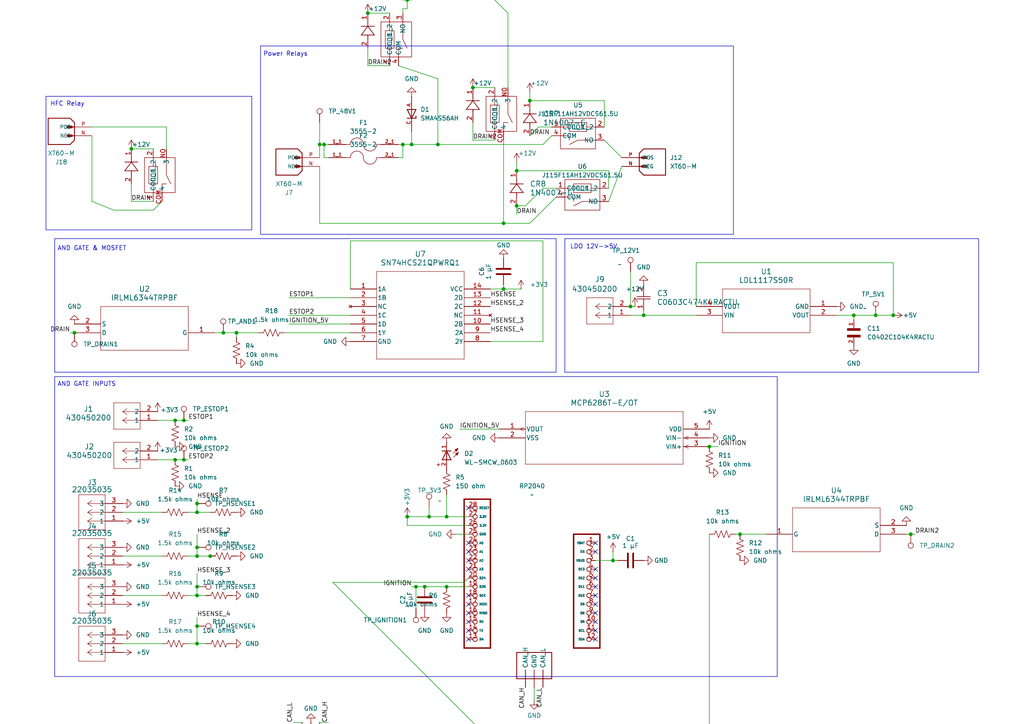
<source format=kicad_sch>
(kicad_sch (version 20231120) (generator "eeschema") (generator_version "8.0")
  (paper "A4")
  (title_block (title "Safety board"))
  (junction (at 247.65 91.44))
  (junction (at 57.15 181.61))
  (junction (at 118.11 0))
  (junction (at 50.8 121.92))
  (junction (at 182.88 88.9))
  (junction (at 57.15 148.59))
  (junction (at 119.38 41.91))
  (junction (at 123.19 170.18))
  (junction (at 146.05 83.82))
  (junction (at 57.15 172.72))
  (junction (at 129.54 149.86))
  (junction (at 60.96 161.29))
  (junction (at 53.34 133.35))
  (junction (at 68.58 96.52))
  (junction (at 57.15 170.18))
  (junction (at 50.8 133.35))
  (junction (at 259.08 91.44))
  (junction (at 106.68 3.81))
  (junction (at 57.15 146.05))
  (junction (at 153.67 29.21))
  (junction (at 120.65 170.18))
  (junction (at 149.86 59.69))
  (junction (at 57.15 158.75))
  (junction (at 146.05 64.77))
  (junction (at 127 41.91))
  (junction (at 205.74 129.54))
  (junction (at 92.71 41.91))
  (junction (at 214.63 154.94))
  (junction (at 177.8 162.56))
  (junction (at 116.84 41.91))
  (junction (at 129.54 170.18))
  (junction (at 118.11 -20.32))
  (junction (at 264.16 154.94))
  (junction (at 186.69 91.44))
  (junction (at 38.1 43.18))
  (junction (at 57.15 186.69))
  (junction (at 64.77 96.52))
  (junction (at 149.86 49.53))
  (junction (at 118.11 149.86))
  (junction (at 57.15 161.29))
  (junction (at 124.46 149.86))
  (junction (at 137.16 25.4))
  (junction (at 254 91.44))
  (junction (at 21.59 96.52))
  (junction (at 53.34 121.92))
  (junction (at 118.11 -22.86))
  (junction (at 93.98 41.91))
  (no_connect (at 135.89 180.34))
  (no_connect (at 172.72 165.1))
  (no_connect (at 135.89 185.42))
  (no_connect (at 172.72 180.34))
  (no_connect (at 172.72 177.8))
  (no_connect (at 135.89 147.32))
  (no_connect (at 135.89 172.72))
  (no_connect (at 172.72 182.88))
  (no_connect (at 135.89 177.8))
  (no_connect (at 135.89 175.26))
  (no_connect (at 172.72 172.72))
  (no_connect (at 172.72 157.48))
  (no_connect (at 172.72 175.26))
  (no_connect (at 172.72 167.64))
  (no_connect (at 135.89 165.1))
  (no_connect (at 135.89 160.02))
  (no_connect (at 135.89 157.48))
  (no_connect (at 172.72 185.42))
  (no_connect (at 172.72 170.18))
  (no_connect (at 172.72 160.02))
  (no_connect (at 135.89 162.56))
  (no_connect (at 135.89 182.88))
  (wire (pts (xy 129.54 170.18) (xy 123.19 170.18)))
  (wire (pts (xy 146.05 83.82) (xy 142.24 83.82)))
  (wire (pts (xy 182.88 78.74) (xy 182.88 88.9)))
  (wire (pts (xy 50.8 121.92) (xy 45.72 121.92)))
  (wire (pts (xy 33.02 60.96) (xy 44.45 60.96)))
  (wire (pts (xy 35.56 161.29) (xy 46.99 161.29)))
  (wire (pts (xy 123.19 -22.86) (xy 127 -26.67)))
  (wire (pts (xy 118.11 -20.32) (xy 119.38 -20.32)))
  (wire (pts (xy 92.71 48.26) (xy 92.71 64.77)))
  (wire (pts (xy 140.97 -2.54) (xy 147.32 3.81)))
  (wire (pts (xy 118.11 -22.86) (xy 118.11 -20.32)))
  (wire (pts (xy 38.1 58.42) (xy 44.45 58.42)))
  (wire (pts (xy 175.26 29.21) (xy 175.26 36.83)))
  (wire (pts (xy 177.8 160.02) (xy 177.8 162.56)))
  (wire (pts (xy 120.65 176.53) (xy 120.65 170.18)))
  (wire (pts (xy 265.43 154.94) (xy 264.16 154.94)))
  (wire (pts (xy 57.15 158.75) (xy 57.15 161.29)))
  (wire (pts (xy 83.82 229.87) (xy 87.63 229.87)))
  (wire (pts (xy 50.8 121.92) (xy 53.34 121.92)))
  (wire (pts (xy 172.72 162.56) (xy 177.8 162.56)))
  (wire (pts (xy 147.32 3.81) (xy 147.32 25.4)))
  (wire (pts (xy 137.16 25.4) (xy 143.51 25.4)))
  (wire (pts (xy 57.15 148.59) (xy 60.96 148.59)))
  (wire (pts (xy 57.15 144.78) (xy 57.15 146.05)))
  (wire (pts (xy 106.68 19.05) (xy 113.03 19.05)))
  (wire (pts (xy 133.35 124.46) (xy 144.78 124.46)))
  (wire (pts (xy 118.11 149.86) (xy 118.11 152.4)))
  (wire (pts (xy 116.84 2.54) (xy 116.84 3.81)))
  (wire (pts (xy 82.55 96.52) (xy 101.6 96.52)))
  (wire (pts (xy 156.21 36.83) (xy 153.67 39.37)))
  (wire (pts (xy 135.89 149.86) (xy 129.54 149.86)))
  (wire (pts (xy 116.84 41.91) (xy 119.38 41.91)))
  (wire (pts (xy 26.67 36.83) (xy 48.26 36.83)))
  (wire (pts (xy 153.67 26.67) (xy 153.67 29.21)))
  (wire (pts (xy 116.84 41.91) (xy 116.84 45.72)))
  (wire (pts (xy 93.98 41.91) (xy 93.98 45.72)))
  (wire (pts (xy 57.15 186.69) (xy 59.69 186.69)))
  (wire (pts (xy 153.67 64.77) (xy 161.29 57.15)))
  (wire (pts (xy 186.69 91.44) (xy 201.93 91.44)))
  (wire (pts (xy 124.46 147.32) (xy 124.46 149.86)))
  (wire (pts (xy 92.71 41.91) (xy 93.98 41.91)))
  (wire (pts (xy 129.54 170.18) (xy 135.89 170.18)))
  (wire (pts (xy 85.09 209.55) (xy 87.63 209.55)))
  (wire (pts (xy 54.61 186.69) (xy 57.15 186.69)))
  (wire (pts (xy 116.84 -20.32) (xy 118.11 -20.32)))
  (wire (pts (xy 95.25 209.55) (xy 92.71 209.55)))
  (wire (pts (xy 149.86 59.69) (xy 152.4 59.69)))
  (wire (pts (xy 83.82 86.36) (xy 101.6 86.36)))
  (wire (pts (xy 182.88 91.44) (xy 186.69 91.44)))
  (wire (pts (xy 134.62 168.91) (xy 135.89 167.64)))
  (wire (pts (xy 149.86 59.69) (xy 149.86 62.23)))
  (wire (pts (xy 119.38 38.1) (xy 119.38 41.91)))
  (wire (pts (xy 180.34 48.26) (xy 176.53 58.42)))
  (wire (pts (xy 118.11 -22.86) (xy 123.19 -22.86)))
  (wire (pts (xy 222.25 154.94) (xy 214.63 154.94)))
  (wire (pts (xy 38.1 53.34) (xy 38.1 58.42)))
  (wire (pts (xy 132.08 154.94) (xy 135.89 154.94)))
  (wire (pts (xy 68.58 96.52) (xy 74.93 96.52)))
  (wire (pts (xy 119.38 41.91) (xy 127 41.91)))
  (wire (pts (xy 115.57 45.72) (xy 116.84 45.72)))
  (wire (pts (xy 48.26 36.83) (xy 48.26 43.18)))
  (wire (pts (xy 180.34 45.72) (xy 175.26 40.64)))
  (wire (pts (xy 242.57 91.44) (xy 247.65 91.44)))
  (wire (pts (xy 157.48 69.85) (xy 157.48 99.06)))
  (wire (pts (xy 205.74 212.09) (xy 139.7 212.09)))
  (wire (pts (xy 127 22.86) (xy 127 41.91)))
  (wire (pts (xy 64.77 96.52) (xy 68.58 96.52)))
  (wire (pts (xy 57.15 170.18) (xy 57.15 172.72)))
  (wire (pts (xy 118.11 152.4) (xy 135.89 152.4)))
  (wire (pts (xy 62.23 161.29) (xy 60.96 161.29)))
  (wire (pts (xy 160.02 36.83) (xy 156.21 36.83)))
  (wire (pts (xy 53.34 121.92) (xy 54.61 121.92)))
  (wire (pts (xy 129.54 149.86) (xy 124.46 149.86)))
  (wire (pts (xy 95.25 229.87) (xy 92.71 229.87)))
  (wire (pts (xy 54.61 172.72) (xy 57.15 172.72)))
  (wire (pts (xy 92.71 41.91) (xy 92.71 45.72)))
  (wire (pts (xy 62.23 96.52) (xy 64.77 96.52)))
  (wire (pts (xy 115.57 19.05) (xy 127 22.86)))
  (wire (pts (xy 96.52 168.91) (xy 134.62 168.91)))
  (wire (pts (xy 57.15 166.37) (xy 57.15 170.18)))
  (wire (pts (xy 205.74 154.94) (xy 205.74 212.09)))
  (wire (pts (xy 57.15 179.07) (xy 57.15 181.61)))
  (wire (pts (xy 54.61 148.59) (xy 57.15 148.59)))
  (wire (pts (xy 149.86 49.53) (xy 176.53 49.53)))
  (wire (pts (xy 127 41.91) (xy 157.48 41.91)))
  (wire (pts (xy 146.05 40.64) (xy 146.05 64.77)))
  (wire (pts (xy 44.45 60.96) (xy 46.99 58.42)))
  (wire (pts (xy 259.08 76.2) (xy 259.08 91.44)))
  (wire (pts (xy 68.58 96.52) (xy 68.58 97.79)))
  (wire (pts (xy 146.05 82.55) (xy 146.05 83.82)))
  (wire (pts (xy 213.36 154.94) (xy 214.63 154.94)))
  (wire (pts (xy 142.24 99.06) (xy 157.48 99.06)))
  (wire (pts (xy 182.88 88.9) (xy 184.15 88.9)))
  (wire (pts (xy 57.15 172.72) (xy 59.69 172.72)))
  (wire (pts (xy 54.61 161.29) (xy 57.15 161.29)))
  (wire (pts (xy 201.93 76.2) (xy 259.08 76.2)))
  (wire (pts (xy 137.16 40.64) (xy 143.51 40.64)))
  (wire (pts (xy 35.56 148.59) (xy 46.99 148.59)))
  (wire (pts (xy 120.65 170.18) (xy 119.38 170.18)))
  (wire (pts (xy 93.98 45.72) (xy 95.25 45.72)))
  (wire (pts (xy 179.07 162.56) (xy 177.8 162.56)))
  (wire (pts (xy 83.82 91.44) (xy 101.6 91.44)))
  (wire (pts (xy 93.98 41.91) (xy 95.25 41.91)))
  (wire (pts (xy 57.15 161.29) (xy 60.96 161.29)))
  (wire (pts (xy 157.48 41.91) (xy 160.02 39.37)))
  (wire (pts (xy 118.11 0) (xy 118.11 2.54)))
  (wire (pts (xy 92.71 35.56) (xy 92.71 41.91)))
  (wire (pts (xy 129.54 -2.54) (xy 140.97 -2.54)))
  (wire (pts (xy 129.54 -26.67) (xy 129.54 -2.54)))
  (wire (pts (xy 57.15 154.94) (xy 57.15 158.75)))
  (wire (pts (xy 50.8 133.35) (xy 45.72 133.35)))
  (wire (pts (xy 106.68 13.97) (xy 106.68 19.05)))
  (wire (pts (xy 149.86 46.99) (xy 149.86 49.53)))
  (wire (pts (xy 259.08 91.44) (xy 254 91.44)))
  (wire (pts (xy 54.61 133.35) (xy 53.34 133.35)))
  (wire (pts (xy 101.6 69.85) (xy 157.48 69.85)))
  (wire (pts (xy 247.65 91.44) (xy 254 91.44)))
  (wire (pts (xy 153.67 29.21) (xy 175.26 29.21)))
  (wire (pts (xy 57.15 146.05) (xy 57.15 148.59)))
  (wire (pts (xy 247.65 91.44) (xy 247.65 92.71)))
  (wire (pts (xy 146.05 64.77) (xy 153.67 64.77)))
  (wire (pts (xy 157.48 54.61) (xy 161.29 54.61)))
  (wire (pts (xy 154.94 203.2) (xy 154.94 199.39)))
  (wire (pts (xy 151.13 83.82) (xy 146.05 83.82)))
  (wire (pts (xy 118.11 149.86) (xy 124.46 149.86)))
  (wire (pts (xy 264.16 154.94) (xy 262.89 154.94)))
  (wire (pts (xy 38.1 43.18) (xy 44.45 43.18)))
  (wire (pts (xy 186.69 90.17) (xy 186.69 91.44)))
  (wire (pts (xy 118.11 0) (xy 119.38 0)))
  (wire (pts (xy 116.84 0) (xy 118.11 0)))
  (wire (pts (xy 26.67 39.37) (xy 26.67 58.42)))
  (wire (pts (xy 53.34 133.35) (xy 50.8 133.35)))
  (wire (pts (xy 129.54 143.51) (xy 129.54 149.86)))
  (wire (pts (xy 83.82 93.98) (xy 101.6 93.98)))
  (wire (pts (xy 35.56 186.69) (xy 46.99 186.69)))
  (wire (pts (xy 139.7 212.09) (xy 96.52 168.91)))
  (wire (pts (xy 116.84 -22.86) (xy 118.11 -22.86)))
  (wire (pts (xy 115.57 41.91) (xy 116.84 41.91)))
  (wire (pts (xy 201.93 76.2) (xy 201.93 88.9)))
  (wire (pts (xy 116.84 2.54) (xy 118.11 2.54)))
  (wire (pts (xy 92.71 64.77) (xy 146.05 64.77)))
  (wire (pts (xy 176.53 49.53) (xy 176.53 54.61)))
  (wire (pts (xy 57.15 181.61) (xy 57.15 186.69)))
  (wire (pts (xy 20.32 96.52) (xy 21.59 96.52)))
  (wire (pts (xy 101.6 69.85) (xy 101.6 83.82)))
  (wire (pts (xy 137.16 35.56) (xy 137.16 40.64)))
  (wire (pts (xy 123.19 170.18) (xy 120.65 170.18)))
  (wire (pts (xy 208.28 129.54) (xy 205.74 129.54)))
  (wire (pts (xy 106.68 3.81) (xy 113.03 3.81)))
  (wire (pts (xy 35.56 172.72) (xy 46.99 172.72)))
  (wire (pts (xy 152.4 59.69) (xy 157.48 54.61)))
  (wire (pts (xy 26.67 58.42) (xy 33.02 60.96)))
  (rectangle (start 75.565 13.335) (end 212.725 67.945))
  (rectangle (start 163.83 69.215) (end 283.845 107.95))
  (rectangle (start 15.875 69.215) (end 161.29 107.95))
  (rectangle (start 15.875 109.22) (end 225.425 196.215))
  (rectangle (start 13.335 27.94) (end 73.025 66.675))
  (text "AND GATE INPUTS\n" (at 25.146 111.506 0) (effects (font (size 1.27 1.27))))
  (text "LDO 12V->5V\n" (at 172.212 71.628 0) (effects (font (size 1.27 1.27))))
  (text "Power Relays\n" (at 82.804 15.748 0) (effects (font (size 1.27 1.27))))
  (text "AND GATE & MOSFET\n" (at 26.67 72.136 0) (effects (font (size 1.27 1.27))))
  (text "HFC Relay\n" (at 19.558 30.226 0) (effects (font (size 1.27 1.27))))
  (label "CAN_H" (at 152.4 199.39 270))
  (label "CAN_H" (at 95.25 209.55 90))
  (label "CAN_H" (at 95.25 229.87 90))
  (label "IGNITION_5V" (at 83.82 93.98 0))
  (label "CAN_L" (at 157.48 199.39 270))
  (label "ESTOP2" (at 54.61 133.35 0))
  (label "DRAIN2" (at 265.43 154.94 0))
  (label "CAN_L" (at 85.09 209.55 90))
  (label "DRAIN2" (at 137.16 40.64 0))
  (label "ESTOP2" (at 83.82 91.44 0))
  (label "DRAIN" (at 20.32 96.52 180))
  (label "HSENSE" (at 57.15 144.78 0))
  (label "HSENSE" (at 142.24 86.36 0))
  (label "IGNITION" (at 119.38 170.18 180))
  (label "IGNITION_5V" (at 133.35 124.46 0))
  (label "DRAIN" (at 38.1 58.42 0))
  (label "ESTOP1" (at 54.61 121.92 0))
  (label "HSENSE_3" (at 142.24 93.98 0))
  (label "CAN_L" (at 87.63 229.87 90))
  (label "HSENSE_4" (at 57.15 179.07 0))
  (label "HSENSE_4" (at 142.24 96.52 0))
  (label "HSENSE_3" (at 57.15 166.37 0))
  (label "DRAIN" (at 149.86 62.23 0))
  (label "DRAIN2" (at 106.68 19.05 0))
  (label "IGNITION" (at 208.28 129.54 0))
  (label "HSENSE_2" (at 57.15 154.94 0))
  (label "HSENSE_2" (at 142.24 88.9 0))
  (label "DRAIN" (at 153.67 39.37 0))
  (label "ESTOP1" (at 83.82 86.36 0))
  (symbol (lib_id "SMV_Custom:3-pin Mini Molex Spox") (at 35.56 175.26 180) (unit 1)
    (property "Reference" "J5" (at 26.67 164.084 0) (effects (font (size 1.524 1.524))))
    (property "Value" "22035035" (at 26.67 166.116 0) (effects (font (size 1.524 1.524))))
    (property "Footprint" "SMV_Connectors:3pin_CON_22035035_MOL" (effects (hide yes)))
    (property "Datasheet" "3-pin Mini Molex Spox" (effects (hide yes)))
  )
  (symbol (lib_id "power:+5V") (at 45.72 119.38 0) (unit 1)
    (property "Reference" "#PWR027" (effects (hide yes)))
    (property "Value" "+3V3" (at 46.482 118.872 0) (effects (justify left)))
    (property "Description" "Power symbol creates a global label with name \"+5V\"" (effects (hide yes)))
  )
  (symbol (lib_id "power:+12V") (at 184.15 88.9 0) (unit 1)
    (property "Reference" "#PWR09" (effects (hide yes)))
    (property "Value" "+12V" (at 184.15 83.82 0))
    (property "Description" "Power symbol creates a global label with name \"+12V\"" (effects (hide yes)))
  )
  (symbol (lib_id "Connector:TestPoint") (at 264.16 154.94 180) (unit 1)
    (property "Reference" "TP_DRAIN2" (at 266.7 158.2419 0) (effects (justify right)))
    (property "Value" "TestPoint" (effects (hide yes)))
    (property "Footprint" "TestPoint:TestPoint_Pad_D1.0mm" (effects (hide yes)))
    (property "Description" "test point" (effects (hide yes)))
  )
  (symbol (lib_name "J115F11AH12VDCS61.5U_3") (lib_id "SMV_Custom:J115F11AH12VDCS61.5U") (at 146.05 33.02 270) (mirror x) (unit 1)
    (property "Reference" "U19" (effects (hide yes)))
    (property "Value" "J115F11AH12VDCS61.5U" (effects (hide yes)))
    (property "Footprint" "SMV_ICs:J115F11AH12VDCS615U" (effects (hide yes)))
  )
  (symbol (lib_id "power:GND") (at 123.19 177.8 0) (mirror y) (unit 1)
    (property "Reference" "#PWR035" (effects (hide yes)))
    (property "Value" "GND" (at 123.19 182.88 0))
    (property "Description" "Power symbol creates a global label with name \"GND\" , ground" (effects (hide yes)))
  )
  (symbol (lib_id "power:+5V") (at 106.68 3.81 0) (unit 1)
    (property "Reference" "#PWR020" (effects (hide yes)))
    (property "Value" "+12V" (at 109.474 2.54 0))
    (property "Description" "Power symbol creates a global label with name \"+5V\"" (effects (hide yes)))
  )
  (symbol (lib_id "power:+5V") (at 35.56 175.26 270) (unit 1)
    (property "Reference" "#PWR043" (effects (hide yes)))
    (property "Value" "+5V" (at 39.37 175.2599 90) (effects (justify left)))
    (property "Description" "Power symbol creates a global label with name \"+5V\"" (effects (hide yes)))
  )
  (symbol (lib_id "power:+5V") (at 35.56 189.23 270) (unit 1)
    (property "Reference" "#PWR048" (effects (hide yes)))
    (property "Value" "+5V" (at 39.37 189.2299 90) (effects (justify left)))
    (property "Description" "Power symbol creates a global label with name \"+5V\"" (effects (hide yes)))
  )
  (symbol (lib_id "SMV_Custom:XT60-M") (at 129.54 -31.75 90) (unit 1)
    (property "Reference" "J13" (at 137.16 -35.56 0))
    (property "Value" "XT60-M" (at 134.62 -35.56 0))
    (property "Footprint" "SMV_Connectors:AMASS_XT60-M" (effects (hide yes)))
    (property "MF" "AMASS" (effects (hide yes)))
    (property "MAXIMUM_PACKAGE_HEIGHT" "16.00 mm" (effects (hide yes)))
    (property "Package" "Package" (effects (hide yes)))
    (property "Price" "None" (effects (hide yes)))
    (property "Check_prices" "https://www.snapeda.com/parts/XT60-M/AMASS/view-part/?ref=eda" (effects (hide yes)))
    (property "STANDARD" "IPC 7351B" (effects (hide yes)))
    (property "PARTREV" "V1.2" (effects (hide yes)))
    (property "SnapEDA_Link" "https://www.snapeda.com/parts/XT60-M/AMASS/view-part/?ref=snap" (effects (hide yes)))
    (property "MP" "XT60-M" (effects (hide yes)))
    (property "Description_1" "\n                        \n                            Plug; DC supply; XT60; male; PIN: 2; for cable; soldered; 30A; 500V\n                        \n" (effects (hide yes)))
    (property "Availability" "Not in stock" (effects (hide yes)))
    (property "MANUFACTURER" "AMASS" (effects (hide yes)))
  )
  (symbol (lib_id "Connector:TestPoint") (at 254 91.44 0) (mirror y) (unit 1)
    (property "Reference" "TP_5V1" (at 256.794 85.344 0) (effects (justify left)))
    (property "Value" "~" (at 251.46 89.408 0) (effects (justify left)))
    (property "Footprint" "TestPoint:TestPoint_Pad_D1.0mm" (effects (hide yes)))
    (property "Description" "test point" (effects (hide yes)))
  )
  (symbol (lib_id "SMV_Custom:430450200") (at 182.88 91.44 180) (unit 1)
    (property "Reference" "J9" (at 173.99 81.026 0) (effects (font (size 1.524 1.524))))
    (property "Value" "430450200" (at 172.466 83.82 0) (effects (font (size 1.524 1.524))))
    (property "Footprint" "CONN_SD-43045-001_02_MOL" (effects (hide yes)))
    (property "Datasheet" "430450200" (effects (hide yes)))
  )
  (symbol (lib_id "power:GND") (at 68.58 161.29 90) (unit 1)
    (property "Reference" "#PWR03" (effects (hide yes)))
    (property "Value" "GND" (at 72.39 161.2899 90) (effects (justify right)))
    (property "Description" "Power symbol creates a global label with name \"GND\" , ground" (effects (hide yes)))
  )
  (symbol (lib_id "SMV_Custom:XT60-M") (at 185.42 48.26 0) (unit 1)
    (property "Reference" "J12" (at 194.31 45.7199 0) (effects (justify left)))
    (property "Value" "XT60-M" (at 194.31 48.2599 0) (effects (justify left)))
    (property "Footprint" "SMV_Connectors:AMASS_XT60-M" (effects (hide yes)))
    (property "MF" "AMASS" (effects (hide yes)))
    (property "MAXIMUM_PACKAGE_HEIGHT" "16.00 mm" (effects (hide yes)))
    (property "Package" "Package" (effects (hide yes)))
    (property "Price" "None" (effects (hide yes)))
    (property "Check_prices" "https://www.snapeda.com/parts/XT60-M/AMASS/view-part/?ref=eda" (effects (hide yes)))
    (property "STANDARD" "IPC 7351B" (effects (hide yes)))
    (property "PARTREV" "V1.2" (effects (hide yes)))
    (property "SnapEDA_Link" "https://www.snapeda.com/parts/XT60-M/AMASS/view-part/?ref=snap" (effects (hide yes)))
    (property "MP" "XT60-M" (effects (hide yes)))
    (property "Description_1" "\n                        \n                            Plug; DC supply; XT60; male; PIN: 2; for cable; soldered; 30A; 500V\n                        \n" (effects (hide yes)))
    (property "Availability" "Not in stock" (effects (hide yes)))
    (property "MANUFACTURER" "AMASS" (effects (hide yes)))
  )
  (symbol (lib_id "power:+5V") (at 35.56 151.13 270) (unit 1)
    (property "Reference" "#PWR032" (effects (hide yes)))
    (property "Value" "+5V" (at 39.37 151.1299 90) (effects (justify left)))
    (property "Description" "Power symbol creates a global label with name \"+5V\"" (effects (hide yes)))
  )
  (symbol (lib_id "Connector:TestPoint") (at 64.77 96.52 0) (unit 1)
    (property "Reference" "TP_AND1" (at 66.04 93.218 0) (effects (justify left)))
    (property "Value" "TestPoint" (effects (hide yes)))
    (property "Footprint" "TestPoint:TestPoint_Pad_D1.0mm" (effects (hide yes)))
    (property "Description" "test point" (effects (hide yes)))
  )
  (symbol (lib_id "power:GND") (at 68.58 105.41 90) (unit 1)
    (property "Reference" "#PWR038" (effects (hide yes)))
    (property "Value" "GND" (at 72.39 105.4099 90) (effects (justify right)))
    (property "Description" "Power symbol creates a global label with name \"GND\" , ground" (effects (hide yes)))
  )
  (symbol (lib_id "Device:R_US") (at 63.5 186.69 90) (unit 1)
    (property "Reference" "R10" (at 63.5 180.34 90))
    (property "Value" "10k ohms" (at 63.5 182.88 90))
    (property "Footprint" "SMV_Passives:RES_CRCW_0402" (effects (hide yes)))
    (property "Datasheet" "CRCW040210K0FKED" (effects (hide yes)))
    (property "Description" "Resistor, US symbol" (effects (hide yes)))
  )
  (symbol (lib_id "power:GND") (at 90.17 229.87 180) (unit 1)
    (property "Reference" "#PWR025" (effects (hide yes)))
    (property "Value" "GND" (at 90.17 225.806 0))
    (property "Description" "Power symbol creates a global label with name \"GND\" , ground" (effects (hide yes)))
  )
  (symbol (lib_id "SMV_Custom:3555-2") (at 119.38 -10.16 90) (unit 1)
    (property "Reference" "F4" (at 123.19 -11.4301 90) (effects (justify right)))
    (property "Value" "3555-2" (at 123.19 -8.8901 90) (effects (justify right)))
    (property "Footprint" "SMV_Connectors:FUSE_3555-2" (effects (hide yes)))
    (property "Description" "48V Fuse, 50A limit" (effects (hide yes)))
    (property "PARTREV" "A" (effects (hide yes)))
    (property "MANUFACTURER" "Keystone" (effects (hide yes)))
    (property "SNAPEDA_PN" "3555-2" (effects (hide yes)))
    (property "MAXIMUM_PACKAGE_HEIGHT" "11.6mm" (effects (hide yes)))
    (property "STANDARD" "Manufacturer Recommendations" (effects (hide yes)))
  )
  (symbol (lib_id "power:GND") (at 205.74 127 90) (mirror x) (unit 1)
    (property "Reference" "#PWR019" (effects (hide yes)))
    (property "Value" "GND" (at 209.55 126.9999 90) (effects (justify right)))
    (property "Description" "Power symbol creates a global label with name \"GND\" , ground" (effects (hide yes)))
  )
  (symbol (lib_id "power:+5V") (at 45.72 130.81 0) (unit 1)
    (property "Reference" "#PWR028" (effects (hide yes)))
    (property "Value" "+3V3" (at 46.228 130.556 0) (effects (justify left)))
    (property "Description" "Power symbol creates a global label with name \"+5V\"" (effects (hide yes)))
  )
  (symbol (lib_id "Connector:TestPoint") (at 57.15 146.05 270) (unit 1)
    (property "Reference" "TP_HSENSE1" (at 62.23 146.0499 90) (effects (justify left)))
    (property "Value" "TestPoint" (effects (hide yes)))
    (property "Footprint" "TestPoint:TestPoint_Pad_D1.0mm" (effects (hide yes)))
    (property "Description" "test point" (effects (hide yes)))
  )
  (symbol (lib_id "SMV_Custom:RP2040") (at 154.94 179.07 0) (unit 1)
    (property "Reference" "RP2040" (at 154.305 140.97 0))
    (property "Value" "~" (at 154.305 143.51 0))
    (property "Footprint" "SMV_Connectors:RP2040" (effects (hide yes)))
  )
  (symbol (lib_id "power:+5V") (at 151.13 83.82 0) (unit 1)
    (property "Reference" "#PWR046" (effects (hide yes)))
    (property "Value" "+3V3" (at 153.67 82.5499 0) (effects (justify left)))
    (property "Description" "Power symbol creates a global label with name \"+5V\"" (effects (hide yes)))
  )
  (symbol (lib_id "Connector:TestPoint") (at 57.15 170.18 270) (unit 1)
    (property "Reference" "TP_HSENSE3" (at 62.23 170.1799 90) (effects (justify left)))
    (property "Value" "TestPoint" (effects (hide yes)))
    (property "Footprint" "TestPoint:TestPoint_Pad_D1.0mm" (effects (hide yes)))
    (property "Description" "test point" (effects (hide yes)))
  )
  (symbol (lib_id "power:+5V") (at 153.67 26.67 0) (unit 1)
    (property "Reference" "#PWR012" (effects (hide yes)))
    (property "Value" "+12V" (at 156.464 24.13 0))
    (property "Description" "Power symbol creates a global label with name \"+5V\"" (effects (hide yes)))
  )
  (symbol (lib_id "SMV_Custom:1N4007-G") (at 38.1 53.34 90) (unit 1)
    (property "Reference" "CR1" (effects (hide yes)))
    (property "Value" "1N4007-G" (effects (hide yes)))
    (property "Footprint" "SMV_Passives:1N4-G" (effects (hide yes)))
    (property "Datasheet" "1N4007-G" (effects (hide yes)))
  )
  (symbol (lib_id "power:+5V") (at 205.74 124.46 0) (unit 1)
    (property "Reference" "#PWR023" (effects (hide yes)))
    (property "Value" "+5V" (at 205.74 119.38 0))
    (property "Description" "Power symbol creates a global label with name \"+5V\"" (effects (hide yes)))
  )
  (symbol (lib_id "Device:R_US") (at 63.5 172.72 90) (unit 1)
    (property "Reference" "R9" (at 63.5 166.37 90))
    (property "Value" "10k ohms" (at 63.5 168.91 90))
    (property "Footprint" "SMV_Passives:RES_CRCW_0402" (effects (hide yes)))
    (property "Datasheet" "CRCW040210K0FKED" (effects (hide yes)))
    (property "Description" "Resistor, US symbol" (effects (hide yes)))
  )
  (symbol (lib_id "power:GND") (at 242.57 88.9 90) (unit 1)
    (property "Reference" "#PWR049" (effects (hide yes)))
    (property "Value" "GND" (at 246.38 88.8999 90) (effects (justify right)))
    (property "Description" "Power symbol creates a global label with name \"GND\" , ground" (effects (hide yes)))
  )
  (symbol (lib_id "power:GND") (at 106.68 -22.86 270) (unit 1)
    (property "Reference" "#PWR021" (effects (hide yes)))
    (property "Value" "GND" (at 101.6 -22.86 0))
    (property "Description" "Power symbol creates a global label with name \"GND\" , ground" (effects (hide yes)))
  )
  (symbol (lib_id "power:GND") (at 90.17 209.55 180) (unit 1)
    (property "Reference" "#PWR01" (effects (hide yes)))
    (property "Value" "GND" (at 90.17 205.486 0))
    (property "Description" "Power symbol creates a global label with name \"GND\" , ground" (effects (hide yes)))
  )
  (symbol (lib_id "Device:R_US") (at 214.63 158.75 180) (unit 1)
    (property "Reference" "R12" (at 217.17 157.4799 0) (effects (justify right)))
    (property "Value" "10k ohms" (at 217.17 160.0199 0) (effects (justify right)))
    (property "Footprint" "SMV_Passives:RES_CRCW_0402" (effects (hide yes)))
    (property "Datasheet" "CRCW040210K0FKED" (effects (hide yes)))
    (property "Description" "Resistor, US symbol" (effects (hide yes)))
  )
  (symbol (lib_id "SMV_Custom:5KP48A") (at 106.68 -22.86 0) (mirror x) (unit 1)
    (property "Reference" "CR3" (at 108.712 -19.304 90) (effects (font (size 1.524 1.524)) (justify left)))
    (property "Value" "5KP48A" (at 111.252 -19.304 90) (effects (font (size 1.524 1.524)) (justify left)))
    (property "Footprint" "DIODE_P600_VIS" (effects (hide yes)))
    (property "Datasheet" "5KP48A" (effects (hide yes)))
  )
  (symbol (lib_id "Device:R_US") (at 50.8 137.16 0) (unit 1)
    (property "Reference" "R1" (at 53.34 135.8899 0) (effects (justify left)))
    (property "Value" "10k ohms" (at 53.34 138.4299 0) (effects (justify left)))
    (property "Footprint" "SMV_Passives:RES_CRCW_0402" (effects (hide yes)))
    (property "Datasheet" "CRCW040210K0FKED" (effects (hide yes)))
    (property "Description" "Resistor, US symbol" (effects (hide yes)))
  )
  (symbol (lib_id "power:GND") (at 50.8 140.97 90) (unit 1)
    (property "Reference" "#PWR031" (effects (hide yes)))
    (property "Value" "GND" (at 54.61 140.9699 90) (effects (justify right)))
    (property "Description" "Power symbol creates a global label with name \"GND\" , ground" (effects (hide yes)))
  )
  (symbol (lib_id "power:GND") (at 146.05 74.93 180) (unit 1)
    (property "Reference" "#PWR045" (effects (hide yes)))
    (property "Value" "GND" (at 146.05 71.12 0))
    (property "Description" "Power symbol creates a global label with name \"GND\" , ground" (effects (hide yes)))
  )
  (symbol (lib_id "SMV_Custom:430450200") (at 45.72 121.92 180) (unit 1)
    (property "Reference" "J1" (at 25.654 118.618 0) (effects (font (size 1.524 1.524))))
    (property "Value" "430450200" (at 25.654 121.158 0) (effects (font (size 1.524 1.524))))
    (property "Footprint" "CONN_SD-43045-001_02_MOL" (effects (hide yes)))
    (property "Datasheet" "430450200" (effects (hide yes)))
  )
  (symbol (lib_id "SMV_Custom:XT60-M") (at 87.63 48.26 0) (mirror y) (unit 1)
    (property "Reference" "J7" (at 83.82 55.88 0))
    (property "Value" "XT60-M" (at 83.82 53.34 0))
    (property "Footprint" "SMV_Connectors:AMASS_XT60-M" (effects (hide yes)))
    (property "MF" "AMASS" (effects (hide yes)))
    (property "MAXIMUM_PACKAGE_HEIGHT" "16.00 mm" (effects (hide yes)))
    (property "Package" "Package" (effects (hide yes)))
    (property "Price" "None" (effects (hide yes)))
    (property "Check_prices" "https://www.snapeda.com/parts/XT60-M/AMASS/view-part/?ref=eda" (effects (hide yes)))
    (property "STANDARD" "IPC 7351B" (effects (hide yes)))
    (property "PARTREV" "V1.2" (effects (hide yes)))
    (property "SnapEDA_Link" "https://www.snapeda.com/parts/XT60-M/AMASS/view-part/?ref=snap" (effects (hide yes)))
    (property "MP" "XT60-M" (effects (hide yes)))
    (property "Description_1" "\n                        \n                            Plug; DC supply; XT60; male; PIN: 2; for cable; soldered; 30A; 500V\n                        \n" (effects (hide yes)))
    (property "Availability" "Not in stock" (effects (hide yes)))
    (property "MANUFACTURER" "AMASS" (effects (hide yes)))
  )
  (symbol (lib_id "Connector:TestPoint") (at 92.71 35.56 0) (unit 1)
    (property "Reference" "TP_48V1" (at 95.25 32.2579 0) (effects (justify left)))
    (property "Value" "V_DIVIDED" (effects (hide yes)))
    (property "Footprint" "TestPoint:TestPoint_Pad_D1.0mm" (effects (hide yes)))
    (property "Description" "test point" (effects (hide yes)))
  )
  (symbol (lib_id "SMV_Custom:3-pin Mini Molex Spox") (at 35.56 163.83 180) (unit 1)
    (property "Reference" "J4" (at 26.67 152.654 0) (effects (font (size 1.524 1.524))))
    (property "Value" "22035035" (at 26.67 154.686 0) (effects (font (size 1.524 1.524))))
    (property "Footprint" "SMV_Connectors:3pin_CON_22035035_MOL" (effects (hide yes)))
    (property "Datasheet" "3-pin Mini Molex Spox" (effects (hide yes)))
  )
  (symbol (lib_id "Connector:TestPoint") (at 53.34 121.92 0) (unit 1)
    (property "Reference" "TP_ESTOP1" (at 55.88 118.6179 0) (effects (justify left)))
    (property "Value" "TestPoint" (effects (hide yes)))
    (property "Footprint" "TestPoint:TestPoint_Pad_D1.0mm" (effects (hide yes)))
    (property "Description" "test point" (effects (hide yes)))
  )
  (symbol (lib_id "SMV_Custom:1N4007-G") (at 153.67 39.37 90) (unit 1)
    (property "Reference" "CR7" (at 157.48 33.0199 90) (effects (font (size 1.524 1.524)) (justify right)))
    (property "Value" "1N4007-G" (at 157.48 35.5599 90) (effects (font (size 1.524 1.524)) (justify right)))
    (property "Footprint" "SMV_Passives:1N4-G" (effects (hide yes)))
    (property "Datasheet" "1N4007-G" (effects (hide yes)))
  )
  (symbol (lib_id "power:GND") (at 68.58 148.59 90) (unit 1)
    (property "Reference" "#PWR052" (effects (hide yes)))
    (property "Value" "GND" (at 72.39 148.5899 90) (effects (justify right)))
    (property "Description" "Power symbol creates a global label with name \"GND\" , ground" (effects (hide yes)))
  )
  (symbol (lib_id "Device:R_US") (at 50.8 186.69 90) (unit 1)
    (property "Reference" "R17" (at 50.8 180.34 90))
    (property "Value" "1.5k ohms" (at 50.8 182.88 90))
    (property "Footprint" "SMV_Passives:RES_CRCW_0402" (effects (hide yes)))
    (property "Datasheet" "CRCW04021K50FKED" (effects (hide yes)))
    (property "Description" "Resistor, US symbol" (effects (hide yes)))
  )
  (symbol (lib_id "SMV_Custom:1N4007-G") (at 149.86 59.69 90) (unit 1)
    (property "Reference" "CR8" (at 153.67 53.3399 90) (effects (font (size 1.524 1.524)) (justify right)))
    (property "Value" "1N4007-G" (at 153.67 55.8799 90) (effects (font (size 1.524 1.524)) (justify right)))
    (property "Footprint" "SMV_Passives:1N4-G" (effects (hide yes)))
    (property "Datasheet" "1N4007-G" (effects (hide yes)))
  )
  (symbol (lib_id "Device:R_US") (at 68.58 101.6 180) (unit 1)
    (property "Reference" "R4" (at 71.12 100.3299 0) (effects (justify right)))
    (property "Value" "10k ohms" (at 71.12 102.8699 0) (effects (justify right)))
    (property "Footprint" "SMV_Passives:RES_CRCW_0402" (effects (hide yes)))
    (property "Datasheet" "CRCW040210K0FKED" (effects (hide yes)))
    (property "Description" "Resistor, US symbol" (effects (hide yes)))
  )
  (symbol (lib_id "power:+5V") (at 259.08 91.44 270) (mirror x) (unit 1)
    (property "Reference" "#PWR051" (effects (hide yes)))
    (property "Value" "+5V" (at 263.906 91.44 90))
    (property "Description" "Power symbol creates a global label with name \"+5V\"" (effects (hide yes)))
  )
  (symbol (lib_id "power:GND") (at 154.94 203.2 0) (unit 1)
    (property "Reference" "#PWR026" (effects (hide yes)))
    (property "Value" "GND" (at 154.94 207.518 0))
    (property "Description" "Power symbol creates a global label with name \"GND\" , ground" (effects (hide yes)))
  )
  (symbol (lib_id "power:GND") (at 35.56 158.75 90) (unit 1)
    (property "Reference" "#PWR037" (effects (hide yes)))
    (property "Value" "GND" (at 39.37 158.7499 90) (effects (justify right)))
    (property "Description" "Power symbol creates a global label with name \"GND\" , ground" (effects (hide yes)))
  )
  (symbol (lib_name "J115F11AH12VDCS61.5U_2") (lib_id "SMV_Custom:J115F11AH12VDCS61.5U") (at 167.64 39.37 0) (mirror x) (unit 1)
    (property "Reference" "U5" (at 167.64 30.48 0))
    (property "Value" "J115F11AH12VDCS61.5U" (at 167.64 33.02 0))
    (property "Footprint" "SMV_ICs:J115F11AH12VDCS615U" (effects (hide yes)))
  )
  (symbol (lib_id "power:GND") (at 205.74 137.16 90) (unit 1)
    (property "Reference" "#PWR036" (effects (hide yes)))
    (property "Value" "GND" (at 209.55 137.1599 90) (effects (justify right)))
    (property "Description" "Power symbol creates a global label with name \"GND\" , ground" (effects (hide yes)))
  )
  (symbol (lib_id "SMV_Custom:IRLML6344TRPBF") (at 222.25 154.94 0) (mirror x) (unit 1)
    (property "Reference" "U4" (at 242.57 142.24 0) (effects (font (size 1.524 1.524))))
    (property "Value" "IRLML6344TRPBF" (at 242.57 144.78 0) (effects (font (size 1.524 1.524))))
    (property "Footprint" "SMV_ICs:IRLML6344TRPBF_INF-L" (effects (hide yes)))
    (property "Datasheet" "IRLML6344TRPBF" (effects (hide yes)))
  )
  (symbol (lib_id "power:GND") (at 186.69 82.55 180) (unit 1)
    (property "Reference" "#PWR022" (effects (hide yes)))
    (property "Value" "GND" (at 186.69 77.47 0))
    (property "Description" "Power symbol creates a global label with name \"GND\" , ground" (effects (hide yes)))
  )
  (symbol (lib_name "3-pin Mini Molex Spox_1") (lib_id "SMV_Custom:3-pin Mini Molex Spox") (at 92.71 209.55 270) (unit 1)
    (property "Reference" "J8" (at 96.52 217.1699 90) (effects (font (size 1.524 1.524)) (justify left)))
    (property "Value" "22035035" (at 96.52 219.7099 90) (effects (font (size 1.524 1.524)) (justify left)))
    (property "Footprint" "SMV_Connectors:3pin_CON_22035035_MOL" (effects (hide yes)))
    (property "Datasheet" "3-pin Mini Molex Spox" (effects (hide yes)))
  )
  (symbol (lib_id "SMV_Custom:XT60-M") (at 21.59 39.37 0) (mirror y) (unit 1)
    (property "Reference" "J18" (at 17.78 46.99 0))
    (property "Value" "XT60-M" (at 17.78 44.45 0))
    (property "Footprint" "SMV_Connectors:AMASS_XT60-M" (effects (hide yes)))
    (property "MF" "AMASS" (effects (hide yes)))
    (property "MAXIMUM_PACKAGE_HEIGHT" "16.00 mm" (effects (hide yes)))
    (property "Package" "Package" (effects (hide yes)))
    (property "Price" "None" (effects (hide yes)))
    (property "Check_prices" "https://www.snapeda.com/parts/XT60-M/AMASS/view-part/?ref=eda" (effects (hide yes)))
    (property "STANDARD" "IPC 7351B" (effects (hide yes)))
    (property "PARTREV" "V1.2" (effects (hide yes)))
    (property "SnapEDA_Link" "https://www.snapeda.com/parts/XT60-M/AMASS/view-part/?ref=snap" (effects (hide yes)))
    (property "MP" "XT60-M" (effects (hide yes)))
    (property "Description_1" "\n                        \n                            Plug; DC supply; XT60; male; PIN: 2; for cable; soldered; 30A; 500V\n                        \n" (effects (hide yes)))
    (property "Availability" "Not in stock" (effects (hide yes)))
    (property "MANUFACTURER" "AMASS" (effects (hide yes)))
  )
  (symbol (lib_id "SMV_Custom:C0603C474K4RACTU") (at 186.69 90.17 90) (unit 1)
    (property "Reference" "C3" (at 190.5 85.0899 90) (effects (font (size 1.524 1.524)) (justify right)))
    (property "Value" "C0603C474K4RACTU" (at 190.5 87.6299 90) (effects (font (size 1.524 1.524)) (justify right)))
    (property "Footprint" "SMV_Passives:CAPC17595_87N_KEM-L" (effects (hide yes)))
    (property "Datasheet" "C0603C474K4RACTU" (effects (hide yes)))
  )
  (symbol (lib_id "power:GND") (at 129.54 177.8 0) (mirror y) (unit 1)
    (property "Reference" "#PWR034" (effects (hide yes)))
    (property "Value" "GND" (at 129.54 182.88 0))
    (property "Description" "Power symbol creates a global label with name \"GND\" , ground" (effects (hide yes)))
  )
  (symbol (lib_id "Device:C") (at 123.19 173.99 0) (mirror y) (unit 1)
    (property "Reference" "C2" (at 116.84 173.99 90))
    (property "Value" "1 µF" (at 118.872 173.99 90))
    (property "Footprint" "SMV_Passives:CAPC340270_190N_KEM-M" (effects (hide yes)))
    (property "Description" "C1210C105K1RACAUTO2" (effects (hide yes)))
  )
  (symbol (lib_name "3-pin Mini Molex Spox_1") (lib_id "SMV_Custom:3-pin Mini Molex Spox") (at 92.71 229.87 270) (unit 1)
    (property "Reference" "J15" (at 96.52 237.4899 90) (effects (font (size 1.524 1.524)) (justify left)))
    (property "Value" "22035035" (at 96.52 240.0299 90) (effects (font (size 1.524 1.524)) (justify left)))
    (property "Footprint" "SMV_Connectors:3pin_CON_22035035_MOL" (effects (hide yes)))
    (property "Datasheet" "3-pin Mini Molex Spox" (effects (hide yes)))
  )
  (symbol (lib_id "Connector:TestPoint") (at 53.34 133.35 0) (unit 1)
    (property "Reference" "TP_ESTOP2" (at 55.88 130.0479 0) (effects (justify left)))
    (property "Value" "TestPoint" (effects (hide yes)))
    (property "Footprint" "TestPoint:TestPoint_Pad_D1.0mm" (effects (hide yes)))
    (property "Description" "test point" (effects (hide yes)))
  )
  (symbol (lib_id "power:GND") (at 132.08 154.94 270) (unit 1)
    (property "Reference" "#PWR018" (effects (hide yes)))
    (property "Value" "GND" (at 128.27 154.9399 90) (effects (justify right)))
    (property "Description" "Power symbol creates a global label with name \"GND\" , ground" (effects (hide yes)))
  )
  (symbol (lib_id "SMV_Custom:3555-2") (at 105.41 41.91 0) (unit 1)
    (property "Reference" "F1" (at 105.41 35.56 0))
    (property "Value" "3555-2" (at 105.41 38.1 0))
    (property "Footprint" "SMV_Connectors:FUSE_3555-2" (effects (hide yes)))
    (property "Description" "48V Fuse, 50A limit" (effects (hide yes)))
    (property "PARTREV" "A" (effects (hide yes)))
    (property "MANUFACTURER" "Keystone" (effects (hide yes)))
    (property "SNAPEDA_PN" "3555-2" (effects (hide yes)))
    (property "MAXIMUM_PACKAGE_HEIGHT" "11.6mm" (effects (hide yes)))
    (property "STANDARD" "Manufacturer Recommendations" (effects (hide yes)))
  )
  (symbol (lib_id "SMV_Custom:1N4007-G") (at 137.16 35.56 90) (unit 1)
    (property "Reference" "CR6" (effects (hide yes)))
    (property "Value" "1N4007-G" (effects (hide yes)))
    (property "Footprint" "SMV_Passives:1N4-G" (effects (hide yes)))
    (property "Datasheet" "1N4007-G" (effects (hide yes)))
  )
  (symbol (lib_id "power:GND") (at 247.65 100.33 0) (unit 1)
    (property "Reference" "#PWR050" (effects (hide yes)))
    (property "Value" "GND" (at 247.65 105.41 0))
    (property "Description" "Power symbol creates a global label with name \"GND\" , ground" (effects (hide yes)))
  )
  (symbol (lib_id "Connector:TestPoint") (at 182.88 78.74 0) (mirror y) (unit 1)
    (property "Reference" "TP_12V1" (at 185.674 72.644 0) (effects (justify left)))
    (property "Value" "~" (at 180.34 76.708 0) (effects (justify left)))
    (property "Footprint" "TestPoint:TestPoint_Pad_D1.0mm" (effects (hide yes)))
    (property "Description" "test point" (effects (hide yes)))
  )
  (symbol (lib_id "power:GND") (at 35.56 184.15 90) (unit 1)
    (property "Reference" "#PWR044" (effects (hide yes)))
    (property "Value" "GND" (at 39.37 184.1499 90) (effects (justify right)))
    (property "Description" "Power symbol creates a global label with name \"GND\" , ground" (effects (hide yes)))
  )
  (symbol (lib_id "Device:R_US") (at 50.8 148.59 90) (unit 1)
    (property "Reference" "R14" (at 50.8 142.24 90))
    (property "Value" "1.5k ohms" (at 50.8 144.78 90))
    (property "Footprint" "SMV_Passives:RES_CRCW_0402" (effects (hide yes)))
    (property "Datasheet" "CRCW04021K50FKED" (effects (hide yes)))
    (property "Description" "Resistor, US symbol" (effects (hide yes)))
  )
  (symbol (lib_id "Device:R_US") (at 129.54 139.7 0) (unit 1)
    (property "Reference" "R5" (at 132.08 138.4299 0) (effects (justify left)))
    (property "Value" "150 ohm" (at 132.08 140.9699 0) (effects (justify left)))
    (property "Footprint" "SMV_Passives:RESC1608X50N" (effects (hide yes)))
    (property "Description" "CRCW0603150RFKEC1" (effects (hide yes)))
  )
  (symbol (lib_id "power:GND") (at 35.56 146.05 90) (unit 1)
    (property "Reference" "#PWR04" (effects (hide yes)))
    (property "Value" "GND" (at 39.37 146.0499 90) (effects (justify right)))
    (property "Description" "Power symbol creates a global label with name \"GND\" , ground" (effects (hide yes)))
  )
  (symbol (lib_id "Device:R_US") (at 50.8 172.72 90) (unit 1)
    (property "Reference" "R16" (at 50.8 166.37 90))
    (property "Value" "1.5k ohms" (at 50.8 168.91 90))
    (property "Footprint" "SMV_Passives:RES_CRCW_0402" (effects (hide yes)))
    (property "Datasheet" "CRCW04021K50FKED" (effects (hide yes)))
    (property "Description" "Resistor, US symbol" (effects (hide yes)))
  )
  (symbol (lib_id "Device:R_US") (at 64.77 148.59 90) (unit 1)
    (property "Reference" "R7" (at 64.77 142.24 90))
    (property "Value" "10k ohms" (at 64.77 144.78 90))
    (property "Footprint" "SMV_Passives:RES_CRCW_0402" (effects (hide yes)))
    (property "Datasheet" "CRCW040210K0FKED" (effects (hide yes)))
    (property "Description" "Resistor, US symbol" (effects (hide yes)))
  )
  (symbol (lib_name "J115F11AH12VDCS61.5U_4") (lib_id "SMV_Custom:J115F11AH12VDCS61.5U") (at 115.57 11.43 270) (mirror x) (unit 1)
    (property "Reference" "U15" (effects (hide yes)))
    (property "Value" "J115F11AH12VDCS61.5U" (effects (hide yes)))
    (property "Footprint" "SMV_ICs:J115F11AH12VDCS615U" (effects (hide yes)))
  )
  (symbol (lib_id "Device:R_US") (at 209.55 154.94 270) (unit 1)
    (property "Reference" "R13" (at 209.55 148.59 90))
    (property "Value" "10k ohms" (at 209.55 151.13 90))
    (property "Footprint" "SMV_Passives:RES_CRCW_0402" (effects (hide yes)))
    (property "Description" "Resistor, US symbol" (effects (hide yes)))
  )
  (symbol (lib_id "Connector:TestPoint") (at 120.65 176.53 0) (mirror x) (unit 1)
    (property "Reference" "TP_IGNITION1" (at 118.11 179.8319 0) (effects (justify right)))
    (property "Value" "TestPoint" (effects (hide yes)))
    (property "Footprint" "TestPoint:TestPoint_Pad_D1.0mm" (effects (hide yes)))
    (property "Description" "test point" (effects (hide yes)))
  )
  (symbol (lib_id "power:GND") (at 67.31 172.72 90) (unit 1)
    (property "Reference" "#PWR024" (effects (hide yes)))
    (property "Value" "GND" (at 71.12 172.7199 90) (effects (justify right)))
    (property "Description" "Power symbol creates a global label with name \"GND\" , ground" (effects (hide yes)))
  )
  (symbol (lib_id "power:+5V") (at 149.86 46.99 0) (unit 1)
    (property "Reference" "#PWR013" (effects (hide yes)))
    (property "Value" "+12V" (at 152.908 44.45 0))
    (property "Description" "Power symbol creates a global label with name \"+5V\"" (effects (hide yes)))
  )
  (symbol (lib_id "SMV_Custom:3555-2") (at 105.41 45.72 0) (unit 1)
    (property "Reference" "F2" (at 105.41 39.37 0))
    (property "Value" "3555-2" (at 105.41 41.91 0))
    (property "Footprint" "SMV_Connectors:FUSE_3555-2" (effects (hide yes)))
    (property "Description" "48V Fuse, 50A limit" (effects (hide yes)))
    (property "PARTREV" "A" (effects (hide yes)))
    (property "MANUFACTURER" "Keystone" (effects (hide yes)))
    (property "SNAPEDA_PN" "3555-2" (effects (hide yes)))
    (property "MAXIMUM_PACKAGE_HEIGHT" "11.6mm" (effects (hide yes)))
    (property "STANDARD" "Manufacturer Recommendations" (effects (hide yes)))
  )
  (symbol (lib_id "SMV_Custom:3-pin Mini Molex Spox") (at 35.56 151.13 180) (unit 1)
    (property "Reference" "J3" (at 26.67 139.954 0) (effects (font (size 1.524 1.524))))
    (property "Value" "22035035" (at 26.67 141.986 0) (effects (font (size 1.524 1.524))))
    (property "Footprint" "SMV_Connectors:3pin_CON_22035035_MOL" (effects (hide yes)))
    (property "Datasheet" "3-pin Mini Molex Spox" (effects (hide yes)))
  )
  (symbol (lib_id "power:+5V") (at 137.16 25.4 0) (unit 1)
    (property "Reference" "#PWR011" (effects (hide yes)))
    (property "Value" "+12V" (at 139.954 24.13 0))
    (property "Description" "Power symbol creates a global label with name \"+5V\"" (effects (hide yes)))
  )
  (symbol (lib_id "Device:R_US") (at 205.74 133.35 0) (unit 1)
    (property "Reference" "R11" (at 208.28 132.0799 0) (effects (justify left)))
    (property "Value" "10k ohms" (at 208.28 134.6199 0) (effects (justify left)))
    (property "Footprint" "SMV_Passives:RES_CRCW_0402" (effects (hide yes)))
    (property "Datasheet" "CRCW040210K0FKED" (effects (hide yes)))
    (property "Description" "Resistor, US symbol" (effects (hide yes)))
  )
  (symbol (lib_id "Device:R_US") (at 129.54 173.99 0) (mirror y) (unit 1)
    (property "Reference" "R6" (at 127 172.7199 0) (effects (justify left)))
    (property "Value" "10k ohms" (at 127 175.2599 0) (effects (justify left)))
    (property "Footprint" "SMV_Passives:RES_CRCW_0402" (effects (hide yes)))
    (property "Datasheet" "CRCW040210K0FKED" (effects (hide yes)))
    (property "Description" "Resistor, US symbol" (effects (hide yes)))
  )
  (symbol (lib_id "power:GND") (at 214.63 162.56 90) (unit 1)
    (property "Reference" "#PWR08" (effects (hide yes)))
    (property "Value" "GND" (at 218.44 162.5599 90) (effects (justify right)))
    (property "Description" "Power symbol creates a global label with name \"GND\" , ground" (effects (hide yes)))
  )
  (symbol (lib_id "Device:R_US") (at 64.77 161.29 90) (unit 1)
    (property "Reference" "R8" (at 64.77 154.94 90))
    (property "Value" "10k ohms" (at 64.77 157.48 90))
    (property "Footprint" "SMV_Passives:RES_CRCW_0402" (effects (hide yes)))
    (property "Datasheet" "CRCW040210K0FKED" (effects (hide yes)))
    (property "Description" "Resistor, US symbol" (effects (hide yes)))
  )
  (symbol (lib_id "power:GND") (at 35.56 170.18 90) (unit 1)
    (property "Reference" "#PWR042" (effects (hide yes)))
    (property "Value" "GND" (at 39.37 170.1799 90) (effects (justify right)))
    (property "Description" "Power symbol creates a global label with name \"GND\" , ground" (effects (hide yes)))
  )
  (symbol (lib_id "Device:R_US") (at 50.8 125.73 0) (unit 1)
    (property "Reference" "R2" (at 53.34 124.4599 0) (effects (justify left)))
    (property "Value" "10k ohms" (at 53.34 126.9999 0) (effects (justify left)))
    (property "Footprint" "SMV_Passives:RES_CRCW_0402" (effects (hide yes)))
    (property "Datasheet" "CRCW040210K0FKED" (effects (hide yes)))
    (property "Description" "Resistor, US symbol" (effects (hide yes)))
  )
  (symbol (lib_id "power:+5V") (at 35.56 163.83 270) (unit 1)
    (property "Reference" "#PWR041" (effects (hide yes)))
    (property "Value" "+5V" (at 39.37 163.8299 90) (effects (justify left)))
    (property "Description" "Power symbol creates a global label with name \"+5V\"" (effects (hide yes)))
  )
  (symbol (lib_id "power:GND") (at 67.31 186.69 90) (unit 1)
    (property "Reference" "#PWR040" (effects (hide yes)))
    (property "Value" "GND" (at 71.12 186.6899 90) (effects (justify right)))
    (property "Description" "Power symbol creates a global label with name \"GND\" , ground" (effects (hide yes)))
  )
  (symbol (lib_id "Connector:TestPoint") (at 124.46 147.32 0) (unit 1)
    (property "Reference" "TP_3V3" (at 121.158 142.24 0) (effects (justify left)))
    (property "Value" "~" (at 127 145.288 0) (effects (justify left)))
    (property "Footprint" "TestPoint:TestPoint_Pad_D1.0mm" (effects (hide yes)))
    (property "Description" "test point" (effects (hide yes)))
  )
  (symbol (lib_id "Device:R_US") (at 50.8 161.29 90) (unit 1)
    (property "Reference" "R15" (at 50.8 154.94 90))
    (property "Value" "1.5k ohms" (at 50.8 157.48 90))
    (property "Footprint" "SMV_Passives:RES_CRCW_0402" (effects (hide yes)))
    (property "Datasheet" "CRCW04021K50FKED" (effects (hide yes)))
    (property "Description" "Resistor, US symbol" (effects (hide yes)))
  )
  (symbol (lib_id "power:+5V") (at 177.8 160.02 0) (unit 1)
    (property "Reference" "#PWR014" (effects (hide yes)))
    (property "Value" "+5V" (at 175.768 155.702 0) (effects (justify left)))
    (property "Description" "Power symbol creates a global label with name \"+5V\"" (effects (hide yes)))
  )
  (symbol (lib_id "power:GND") (at 50.8 129.54 90) (unit 1)
    (property "Reference" "#PWR030" (effects (hide yes)))
    (property "Value" "GND" (at 54.61 129.5399 90) (effects (justify right)))
    (property "Description" "Power symbol creates a global label with name \"GND\" , ground" (effects (hide yes)))
  )
  (symbol (lib_id "power:GND") (at 129.54 128.27 0) (mirror x) (unit 1)
    (property "Reference" "#PWR017" (effects (hide yes)))
    (property "Value" "GND" (at 131.572 123.698 0) (effects (justify right)))
    (property "Description" "Power symbol creates a global label with name \"GND\" , ground" (effects (hide yes)))
  )
  (symbol (lib_id "power:GND") (at 262.89 152.4 0) (mirror x) (unit 1)
    (property "Reference" "#PWR06" (effects (hide yes)))
    (property "Value" "GND" (at 262.89 147.32 0))
    (property "Description" "Power symbol creates a global label with name \"GND\" , ground" (effects (hide yes)))
  )
  (symbol (lib_id "power:GND") (at 144.78 127 270) (mirror x) (unit 1)
    (property "Reference" "#PWR010" (effects (hide yes)))
    (property "Value" "GND" (at 140.97 126.9999 90) (effects (justify right)))
    (property "Description" "Power symbol creates a global label with name \"GND\" , ground" (effects (hide yes)))
  )
  (symbol (lib_id "power:GND") (at 186.69 162.56 90) (unit 1)
    (property "Reference" "#PWR015" (effects (hide yes)))
    (property "Value" "GND" (at 191.77 162.56 90))
    (property "Description" "Power symbol creates a global label with name \"GND\" , ground" (effects (hide yes)))
  )
  (symbol (lib_id "Connector:TestPoint") (at 57.15 181.61 270) (unit 1)
    (property "Reference" "TP_HSENSE4" (at 62.23 181.6099 90) (effects (justify left)))
    (property "Value" "TestPoint" (effects (hide yes)))
    (property "Footprint" "TestPoint:TestPoint_Pad_D1.0mm" (effects (hide yes)))
    (property "Description" "test point" (effects (hide yes)))
  )
  (symbol (lib_id "Device:C") (at 182.88 162.56 90) (unit 1)
    (property "Reference" "C1" (at 182.88 156.21 90))
    (property "Value" "1 µF" (at 182.88 158.242 90))
    (property "Footprint" "SMV_Passives:CAPC340270_190N_KEM-M" (effects (hide yes)))
    (property "Description" "C1210C105K1RACAUTO2" (effects (hide yes)))
  )
  (symbol (lib_id "Connector:TestPoint") (at 57.15 158.75 270) (unit 1)
    (property "Reference" "TP_HSENSE2" (at 62.23 158.7499 90) (effects (justify left)))
    (property "Value" "TestPoint" (effects (hide yes)))
    (property "Footprint" "TestPoint:TestPoint_Pad_D1.0mm" (effects (hide yes)))
    (property "Description" "test point" (effects (hide yes)))
  )
  (symbol (lib_id "SMV_Custom:SMA4S56AH") (at 119.38 33.02 90) (unit 1)
    (property "Reference" "D1" (at 121.92 31.7499 90) (effects (justify right)))
    (property "Value" "SMA4S56AH" (at 121.92 34.2899 90) (effects (justify right)))
    (property "Footprint" "SMV_Passives:SODFL4725X110N" (effects (hide yes)))
    (property "PARTREV" "C2103" (effects (hide yes)))
    (property "STANDARD" "IPC-7351B" (effects (hide yes)))
    (property "MAXIMUM_PACKAGE_HEIGHT" "1.1 mm" (effects (hide yes)))
    (property "MANUFACTURER" "Taiwan Semiconductor" (effects (hide yes)))
  )
  (symbol (lib_id "SMV_Custom:LDL1117S50R") (at 242.57 88.9 0) (mirror y) (unit 1)
    (property "Reference" "U1" (at 222.25 78.74 0) (effects (font (size 1.524 1.524))))
    (property "Value" "LDL1117S50R" (at 222.25 81.28 0) (effects (font (size 1.524 1.524))))
    (property "Footprint" "SMV_ICs:SOT223_STM" (effects (hide yes)))
    (property "Datasheet" "LDL1117S50R" (effects (hide yes)))
  )
  (symbol (lib_id "power:GND") (at 21.59 93.98 0) (mirror x) (unit 1)
    (property "Reference" "#PWR07" (effects (hide yes)))
    (property "Value" "GND" (at 21.59 88.9 0))
    (property "Description" "Power symbol creates a global label with name \"GND\" , ground" (effects (hide yes)))
  )
  (symbol (lib_id "Device:C") (at 146.05 78.74 180) (unit 1)
    (property "Reference" "C6" (at 139.7 78.74 90))
    (property "Value" "1 µF" (at 141.732 78.74 90))
    (property "Footprint" "SMV_Passives:CAPC340270_190N_KEM-M" (effects (hide yes)))
    (property "Description" "C1210C105K1RACAUTO2" (effects (hide yes)))
  )
  (symbol (lib_id "Connector:TestPoint") (at 83.82 229.87 90) (unit 1)
    (property "Reference" "TS_CAN_L1" (at 81.788 228.346 90) (effects (justify left)))
    (property "Value" "~" (at 81.788 227.33 0) (effects (justify left)))
    (property "Footprint" "TestPoint:TestPoint_Pad_D2.5mm" (effects (hide yes)))
    (property "Description" "test point" (effects (hide yes)))
  )
  (symbol (lib_id "Connector:TestPoint") (at 95.25 229.87 270) (unit 1)
    (property "Reference" "TS_CAN_H1" (at 96.774 228.092 90) (effects (justify left)))
    (property "Value" "~" (at 97.282 232.41 0) (effects (justify left)))
    (property "Footprint" "TestPoint:TestPoint_Pad_D2.5mm" (effects (hide yes)))
    (property "Description" "test point" (effects (hide yes)))
  )
  (symbol (lib_id "power:+5V") (at 38.1 43.18 0) (unit 1)
    (property "Reference" "#PWR039" (effects (hide yes)))
    (property "Value" "+12V" (at 40.894 41.91 0))
    (property "Description" "Power symbol creates a global label with name \"+5V\"" (effects (hide yes)))
  )
  (symbol (lib_id "SMV_Custom:MCP6286T-E_OT") (at 144.78 124.46 0) (unit 1)
    (property "Reference" "U3" (at 175.26 114.3 0) (effects (font (size 1.524 1.524))))
    (property "Value" "MCP6286T-E/OT" (at 175.26 116.84 0) (effects (font (size 1.524 1.524))))
    (property "Footprint" "SMV_ICs:SOT-23-5_MC_MCH" (effects (hide yes)))
    (property "Datasheet" "MCP6286T-E/OT" (effects (hide yes)))
  )
  (symbol (lib_id "power:GND") (at 101.6 99.06 270) (unit 1)
    (property "Reference" "#PWR047" (effects (hide yes)))
    (property "Value" "GND" (at 97.79 99.0599 90) (effects (justify right)))
    (property "Description" "Power symbol creates a global label with name \"GND\" , ground" (effects (hide yes)))
  )
  (symbol (lib_id "SMV_Custom:WL-SMCW_0603") (at 129.54 130.81 270) (unit 1)
    (property "Reference" "D2" (at 134.62 131.5582 90) (effects (justify left)))
    (property "Value" "WL-SMCW_0603" (at 134.62 134.0982 90) (effects (justify left)))
    (property "Footprint" "SMV_Passives:WL-SMCW_0603(diode)" (effects (hide yes)))
  )
  (symbol (lib_id "SMV_Custom:J115F11AH12VDCS61.5U") (at 46.99 50.8 270) (mirror x) (unit 1)
    (property "Reference" "U14" (effects (hide yes)))
    (property "Value" "J115F11AH12VDCS61.5U" (effects (hide yes)))
    (property "Footprint" "SMV_ICs:J115F11AH12VDCS615U" (effects (hide yes)))
  )
  (symbol (lib_id "power:GND") (at 119.38 27.94 180) (unit 1)
    (property "Reference" "#PWR05" (effects (hide yes)))
    (property "Value" "GND" (at 119.38 22.86 0))
    (property "Description" "Power symbol creates a global label with name \"GND\" , ground" (effects (hide yes)))
  )
  (symbol (lib_id "SMV_Custom:C0402C104K4RACTU") (at 247.65 95.25 270) (unit 1)
    (property "Reference" "C11" (at 251.46 95.2499 90) (effects (justify left)))
    (property "Value" "C0402C104K4RACTU" (at 251.46 97.7899 90) (effects (justify left)))
    (property "Footprint" "SMV_Passives:CAPC1005X55N" (effects (hide yes)))
    (property "PARTREV" "N/A" (effects (hide yes)))
    (property "MANUFACTURER" "KEMET" (effects (hide yes)))
    (property "MAXIMUM_PACKAGE_HEIGHT" "0.55mm" (effects (hide yes)))
    (property "STANDARD" "IPC 7351B" (effects (hide yes)))
  )
  (symbol (lib_id "power:+3V3") (at 118.11 149.86 0) (unit 1)
    (property "Reference" "#PWR016" (effects (hide yes)))
    (property "Value" "+3V3" (at 118.11 146.812 90) (effects (justify left)))
    (property "Description" "Power symbol creates a global label with name \"+3V3\"" (effects (hide yes)))
  )
  (symbol (lib_id "Connector:TestPoint") (at 21.59 96.52 180) (unit 1)
    (property "Reference" "TP_DRAIN1" (at 24.13 99.8219 0) (effects (justify right)))
    (property "Value" "TestPoint" (effects (hide yes)))
    (property "Footprint" "TestPoint:TestPoint_Pad_D1.0mm" (effects (hide yes)))
    (property "Description" "test point" (effects (hide yes)))
  )
  (symbol (lib_id "SMV_Custom:3-pin Mini Molex Spox") (at 35.56 189.23 180) (unit 1)
    (property "Reference" "J6" (at 26.67 178.054 0) (effects (font (size 1.524 1.524))))
    (property "Value" "22035035" (at 26.67 180.086 0) (effects (font (size 1.524 1.524))))
    (property "Footprint" "SMV_Connectors:3pin_CON_22035035_MOL" (effects (hide yes)))
    (property "Datasheet" "3-pin Mini Molex Spox" (effects (hide yes)))
  )
  (symbol (lib_name "J115F11AH12VDCS61.5U_1") (lib_id "SMV_Custom:J115F11AH12VDCS61.5U") (at 168.91 57.15 0) (mirror x) (unit 1)
    (property "Reference" "U6" (at 168.91 48.26 0))
    (property "Value" "J115F11AH12VDCS61.5U" (at 168.91 50.8 0))
    (property "Footprint" "SMV_ICs:J115F11AH12VDCS615U" (effects (hide yes)))
  )
  (symbol (lib_id "SMV_Custom:SN74HCS21QPWRQ1") (at 101.6 83.82 0) (unit 1)
    (property "Reference" "U7" (at 121.92 73.66 0) (effects (font (size 1.524 1.524))))
    (property "Value" "SN74HCS21QPWRQ1" (at 121.92 76.2 0) (effects (font (size 1.524 1.524))))
    (property "Footprint" "SMV_ICs:TSSOP14_PW_TEX-M" (effects (hide yes)))
    (property "Datasheet" "SN74HCS21QPWRQ1" (effects (hide yes)))
  )
  (symbol (lib_id "SMV_Custom:430450200") (at 45.72 133.35 180) (unit 1)
    (property "Reference" "J2" (at 25.908 129.54 0) (effects (font (size 1.524 1.524))))
    (property "Value" "430450200" (at 25.908 132.08 0) (effects (font (size 1.524 1.524))))
    (property "Footprint" "CONN_SD-43045-001_02_MOL" (effects (hide yes)))
    (property "Datasheet" "430450200" (effects (hide yes)))
  )
  (symbol (lib_id "SMV_Custom:1N4007-G") (at 106.68 13.97 90) (unit 1)
    (property "Reference" "CR4" (effects (hide yes)))
    (property "Value" "1N4007-G" (effects (hide yes)))
    (property "Footprint" "SMV_Passives:1N4-G" (effects (hide yes)))
    (property "Datasheet" "1N4007-G" (effects (hide yes)))
  )
  (symbol (lib_id "SMV_Custom:IRLML6344TRPBF") (at 62.23 96.52 180) (unit 1)
    (property "Reference" "U2" (at 41.91 83.82 0) (effects (font (size 1.524 1.524))))
    (property "Value" "IRLML6344TRPBF" (at 41.91 86.36 0) (effects (font (size 1.524 1.524))))
    (property "Footprint" "SMV_ICs:IRLML6344TRPBF_INF-L" (effects (hide yes)))
    (property "Datasheet" "IRLML6344TRPBF" (effects (hide yes)))
  )
  (symbol (lib_id "SMV_Custom:3555-2") (at 116.84 -10.16 90) (unit 1)
    (property "Reference" "F3" (at 106.934 -10.16 90) (effects (justify right)))
    (property "Value" "3555-2" (at 106.934 -7.62 90) (effects (justify right)))
    (property "Footprint" "SMV_Connectors:FUSE_3555-2" (effects (hide yes)))
    (property "Description" "48V Fuse, 50A limit" (effects (hide yes)))
    (property "PARTREV" "A" (effects (hide yes)))
    (property "MANUFACTURER" "Keystone" (effects (hide yes)))
    (property "SNAPEDA_PN" "3555-2" (effects (hide yes)))
    (property "MAXIMUM_PACKAGE_HEIGHT" "11.6mm" (effects (hide yes)))
    (property "STANDARD" "Manufacturer Recommendations" (effects (hide yes)))
  )
  (symbol (lib_id "Device:R_US") (at 78.74 96.52 90) (unit 1)
    (property "Reference" "R18" (at 78.74 90.17 90))
    (property "Value" "1.5k ohms" (at 78.74 92.71 90))
    (property "Footprint" "SMV_Passives:RES_CRCW_0402" (effects (hide yes)))
    (property "Datasheet" "CRCW04021K50FKED" (effects (hide yes)))
    (property "Description" "Resistor, US symbol" (effects (hide yes)))
  )
)
</source>
